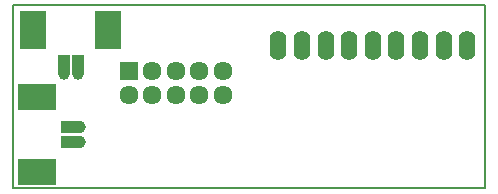
<source format=gts>
G75*
%MOIN*%
%OFA0B0*%
%FSLAX25Y25*%
%IPPOS*%
%LPD*%
%AMOC8*
5,1,8,0,0,1.08239X$1,22.5*
%
%ADD10C,0.00600*%
%ADD11R,0.05524X0.05524*%
%ADD12C,0.05524*%
%ADD13C,0.06343*%
%ADD14R,0.06343X0.06343*%
%ADD15R,0.03950X0.07099*%
%ADD16R,0.09068X0.12611*%
%ADD17R,0.07099X0.03950*%
%ADD18R,0.12611X0.09068*%
%ADD19R,0.03950X0.03950*%
%ADD20C,0.03950*%
D10*
X0032247Y0013642D02*
X0032247Y0074665D01*
X0189728Y0074665D01*
X0189728Y0013642D01*
X0032247Y0013642D01*
D11*
X0120773Y0061257D03*
X0128647Y0061257D03*
X0136521Y0061257D03*
X0144395Y0061257D03*
X0152269Y0061257D03*
X0160143Y0061257D03*
X0168017Y0061257D03*
X0175891Y0061257D03*
X0183765Y0061257D03*
D12*
X0183765Y0063312D03*
X0183770Y0059101D03*
X0175896Y0059101D03*
X0168022Y0059101D03*
X0168017Y0063312D03*
X0175891Y0063312D03*
X0160143Y0063312D03*
X0152269Y0063312D03*
X0144395Y0063312D03*
X0144400Y0059101D03*
X0152274Y0059101D03*
X0160148Y0059101D03*
X0136526Y0059101D03*
X0128652Y0059101D03*
X0120778Y0059101D03*
X0120773Y0063312D03*
X0128647Y0063312D03*
X0136521Y0063312D03*
D13*
X0102363Y0052673D03*
X0094489Y0052673D03*
X0086615Y0052673D03*
X0078740Y0052673D03*
X0078740Y0044799D03*
X0070866Y0044799D03*
X0086615Y0044799D03*
X0094489Y0044799D03*
X0102363Y0044799D03*
D14*
X0070866Y0052673D03*
D15*
X0054111Y0054883D03*
X0049190Y0054883D03*
D16*
X0039150Y0066300D03*
X0064150Y0066300D03*
D17*
X0051735Y0033982D03*
X0051735Y0029061D03*
D18*
X0040317Y0019022D03*
X0040317Y0044022D03*
D19*
X0049189Y0053310D03*
X0054109Y0053308D03*
X0053310Y0033984D03*
X0053308Y0029064D03*
D20*
X0054783Y0029064D03*
X0051800Y0029064D03*
X0051802Y0033984D03*
X0054786Y0033984D03*
X0054109Y0051800D03*
X0049189Y0051802D03*
X0049189Y0054786D03*
X0054109Y0054783D03*
M02*

</source>
